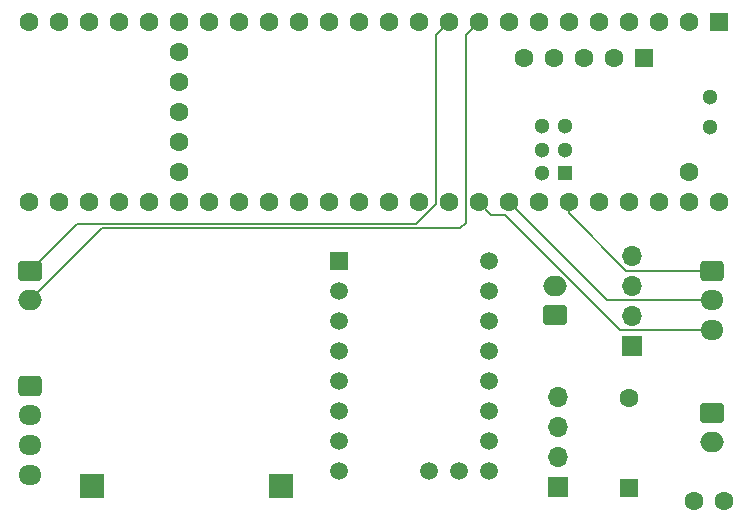
<source format=gbr>
%TF.GenerationSoftware,KiCad,Pcbnew,9.0.0*%
%TF.CreationDate,2025-04-30T22:01:28-04:00*%
%TF.ProjectId,arm,61726d2e-6b69-4636-9164-5f7063625858,rev?*%
%TF.SameCoordinates,Original*%
%TF.FileFunction,Copper,L1,Top*%
%TF.FilePolarity,Positive*%
%FSLAX46Y46*%
G04 Gerber Fmt 4.6, Leading zero omitted, Abs format (unit mm)*
G04 Created by KiCad (PCBNEW 9.0.0) date 2025-04-30 22:01:28*
%MOMM*%
%LPD*%
G01*
G04 APERTURE LIST*
G04 Aperture macros list*
%AMRoundRect*
0 Rectangle with rounded corners*
0 $1 Rounding radius*
0 $2 $3 $4 $5 $6 $7 $8 $9 X,Y pos of 4 corners*
0 Add a 4 corners polygon primitive as box body*
4,1,4,$2,$3,$4,$5,$6,$7,$8,$9,$2,$3,0*
0 Add four circle primitives for the rounded corners*
1,1,$1+$1,$2,$3*
1,1,$1+$1,$4,$5*
1,1,$1+$1,$6,$7*
1,1,$1+$1,$8,$9*
0 Add four rect primitives between the rounded corners*
20,1,$1+$1,$2,$3,$4,$5,0*
20,1,$1+$1,$4,$5,$6,$7,0*
20,1,$1+$1,$6,$7,$8,$9,0*
20,1,$1+$1,$8,$9,$2,$3,0*%
G04 Aperture macros list end*
%TA.AperFunction,ComponentPad*%
%ADD10R,2.000000X2.000000*%
%TD*%
%TA.AperFunction,ComponentPad*%
%ADD11RoundRect,0.250000X0.750000X-0.600000X0.750000X0.600000X-0.750000X0.600000X-0.750000X-0.600000X0*%
%TD*%
%TA.AperFunction,ComponentPad*%
%ADD12O,2.000000X1.700000*%
%TD*%
%TA.AperFunction,ComponentPad*%
%ADD13RoundRect,0.250000X0.550000X-0.550000X0.550000X0.550000X-0.550000X0.550000X-0.550000X-0.550000X0*%
%TD*%
%TA.AperFunction,ComponentPad*%
%ADD14C,1.600000*%
%TD*%
%TA.AperFunction,ComponentPad*%
%ADD15RoundRect,0.250000X-0.750000X0.600000X-0.750000X-0.600000X0.750000X-0.600000X0.750000X0.600000X0*%
%TD*%
%TA.AperFunction,ComponentPad*%
%ADD16R,1.508000X1.508000*%
%TD*%
%TA.AperFunction,ComponentPad*%
%ADD17C,1.508000*%
%TD*%
%TA.AperFunction,ComponentPad*%
%ADD18R,1.700000X1.700000*%
%TD*%
%TA.AperFunction,ComponentPad*%
%ADD19O,1.700000X1.700000*%
%TD*%
%TA.AperFunction,ComponentPad*%
%ADD20RoundRect,0.250000X-0.725000X0.600000X-0.725000X-0.600000X0.725000X-0.600000X0.725000X0.600000X0*%
%TD*%
%TA.AperFunction,ComponentPad*%
%ADD21O,1.950000X1.700000*%
%TD*%
%TA.AperFunction,ComponentPad*%
%ADD22R,1.600000X1.600000*%
%TD*%
%TA.AperFunction,ComponentPad*%
%ADD23R,1.300000X1.300000*%
%TD*%
%TA.AperFunction,ComponentPad*%
%ADD24C,1.300000*%
%TD*%
%TA.AperFunction,Conductor*%
%ADD25C,0.200000*%
%TD*%
G04 APERTURE END LIST*
D10*
%TO.P,REF\u002A\u002A,1*%
%TO.N,N/C*%
X137500000Y-115250000D03*
%TD*%
D11*
%TO.P,5V,1,Pin_1*%
%TO.N,/Vin*%
X160700000Y-100750000D03*
D12*
%TO.P,5V,2,Pin_2*%
%TO.N,GND*%
X160700000Y-98250000D03*
%TD*%
D13*
%TO.P,SW,1*%
%TO.N,/24V*%
X167000000Y-115370000D03*
D14*
%TO.P,SW,2*%
%TO.N,/Switch*%
X167000000Y-107750000D03*
%TD*%
D15*
%TO.P,RX/TX,1,Pin_1*%
%TO.N,Net-(RX1-Pin_1)*%
X116250000Y-97000000D03*
D12*
%TO.P,RX/TX,2,Pin_2*%
%TO.N,Net-(RX1-Pin_2)*%
X116250000Y-99500000D03*
%TD*%
D16*
%TO.P,TMC_2209,1,GND*%
%TO.N,GND*%
X142400000Y-96170000D03*
D17*
%TO.P,TMC_2209,2,VIO*%
%TO.N,/VIO*%
X142400000Y-98710000D03*
%TO.P,TMC_2209,3,MA1*%
%TO.N,/A1*%
X142400000Y-101250000D03*
%TO.P,TMC_2209,4,MA2*%
%TO.N,/A2*%
X142400000Y-103790000D03*
%TO.P,TMC_2209,5,MB1*%
%TO.N,/B1*%
X142400000Y-106330000D03*
%TO.P,TMC_2209,6,MB2*%
%TO.N,/B2*%
X142400000Y-108870000D03*
%TO.P,TMC_2209,7,GND*%
%TO.N,GND*%
X142400000Y-111410000D03*
%TO.P,TMC_2209,8,VM*%
%TO.N,/24V*%
X142400000Y-113950000D03*
%TO.P,TMC_2209,9,DIR*%
%TO.N,Net-(TMC_2209-DIR)*%
X155100000Y-96170000D03*
%TO.P,TMC_2209,10,STEP*%
%TO.N,Net-(TMC_2209-STEP)*%
X155100000Y-98710000D03*
%TO.P,TMC_2209,11,CLK*%
%TO.N,unconnected-(TMC_2209-CLK-Pad11)*%
X155100000Y-101250000D03*
%TO.P,TMC_2209,12,TX*%
%TO.N,Net-(TMC_2209-TX)*%
X155100000Y-103790000D03*
%TO.P,TMC_2209,13,RX*%
%TO.N,Net-(TMC_2209-RX)*%
X155100000Y-106330000D03*
%TO.P,TMC_2209,14,MS2*%
%TO.N,unconnected-(TMC_2209-MS2-Pad14)*%
X155100000Y-108870000D03*
%TO.P,TMC_2209,15,MS1*%
%TO.N,unconnected-(TMC_2209-MS1-Pad15)*%
X155100000Y-111410000D03*
%TO.P,TMC_2209,16,~{EN}*%
%TO.N,Net-(TMC_2209-~{EN})*%
X155100000Y-113950000D03*
%TO.P,TMC_2209,17,INDEX*%
%TO.N,unconnected-(TMC_2209-INDEX-Pad17)*%
X150020000Y-113950000D03*
%TO.P,TMC_2209,18,DIAG*%
%TO.N,unconnected-(TMC_2209-DIAG-Pad18)*%
X152560000Y-113950000D03*
%TD*%
D10*
%TO.P,REF\u002A\u002A,1*%
%TO.N,N/C*%
X121500000Y-115250000D03*
%TD*%
D18*
%TO.P,Ground,1,Pin_1*%
%TO.N,GND*%
X167250000Y-103370000D03*
D19*
%TO.P,Ground,2,Pin_2*%
X167250000Y-100830000D03*
%TO.P,Ground,3,Pin_3*%
X167250000Y-98290000D03*
%TO.P,Ground,4,Pin_4*%
X167250000Y-95750000D03*
%TD*%
D14*
%TO.P,C1,1*%
%TO.N,/24V*%
X175000000Y-116500000D03*
%TO.P,C1,2*%
%TO.N,GND*%
X172500000Y-116500000D03*
%TD*%
D15*
%TO.P,24V,1,Pin_1*%
%TO.N,GND*%
X174000000Y-109000000D03*
D12*
%TO.P,24V,2,Pin_2*%
%TO.N,/Switch*%
X174000000Y-111500000D03*
%TD*%
D20*
%TO.P,Stepper,1,Pin_1*%
%TO.N,/A1*%
X116250000Y-106750000D03*
D21*
%TO.P,Stepper,2,Pin_2*%
%TO.N,/A2*%
X116250000Y-109250000D03*
%TO.P,Stepper,3,Pin_3*%
%TO.N,/B1*%
X116250000Y-111750000D03*
%TO.P,Stepper,4,Pin_4*%
%TO.N,/B2*%
X116250000Y-114250000D03*
%TD*%
D22*
%TO.P,Teensy1,1,GND*%
%TO.N,unconnected-(Teensy1-GND-Pad1)*%
X174570000Y-75948400D03*
D14*
%TO.P,Teensy1,2,0_RX1_CRX2_CS1*%
%TO.N,Net-(TMC_2209-TX)*%
X172030000Y-75948400D03*
%TO.P,Teensy1,3,1_TX1_CTX2_MISO1*%
%TO.N,Net-(TMC_2209-RX)*%
X169490000Y-75948400D03*
%TO.P,Teensy1,4,2_OUT2*%
%TO.N,Net-(TMC_2209-~{EN})*%
X166950000Y-75948400D03*
%TO.P,Teensy1,5,3_LRCLK2*%
%TO.N,Net-(TMC_2209-STEP)*%
X164410000Y-75948400D03*
%TO.P,Teensy1,6,4_BCLK2*%
%TO.N,Net-(TMC_2209-DIR)*%
X161870000Y-75948400D03*
%TO.P,Teensy1,7,5_IN2*%
%TO.N,unconnected-(Teensy1-5_IN2-Pad7)*%
X159330000Y-75948400D03*
%TO.P,Teensy1,8,6_OUT1D*%
%TO.N,unconnected-(Teensy1-6_OUT1D-Pad8)*%
X156790000Y-75948400D03*
%TO.P,Teensy1,9,7_RX2_OUT1A*%
%TO.N,Net-(RX1-Pin_2)*%
X154250000Y-75948400D03*
%TO.P,Teensy1,10,8_TX2_IN1*%
%TO.N,Net-(RX1-Pin_1)*%
X151710000Y-75948400D03*
%TO.P,Teensy1,11,9_OUT1C*%
%TO.N,unconnected-(Teensy1-9_OUT1C-Pad11)*%
X149170000Y-75948400D03*
%TO.P,Teensy1,12,10_CS_MQSR*%
%TO.N,unconnected-(Teensy1-10_CS_MQSR-Pad12)*%
X146630000Y-75948400D03*
%TO.P,Teensy1,13,11_MOSI_CTX1*%
%TO.N,unconnected-(Teensy1-11_MOSI_CTX1-Pad13)*%
X144090000Y-75948400D03*
%TO.P,Teensy1,14,12_MISO_MQSL*%
%TO.N,unconnected-(Teensy1-12_MISO_MQSL-Pad14)*%
X141550000Y-75948400D03*
%TO.P,Teensy1,15,3V3*%
%TO.N,unconnected-(Teensy1-3V3-Pad15)*%
X139010000Y-75948400D03*
%TO.P,Teensy1,16,24_A10_TX6_SCL2*%
%TO.N,unconnected-(Teensy1-24_A10_TX6_SCL2-Pad16)*%
X136470000Y-75948400D03*
%TO.P,Teensy1,17,25_A11_RX6_SDA2*%
%TO.N,unconnected-(Teensy1-25_A11_RX6_SDA2-Pad17)*%
X133930000Y-75948400D03*
%TO.P,Teensy1,18,26_A12_MOSI1*%
%TO.N,unconnected-(Teensy1-26_A12_MOSI1-Pad18)*%
X131390000Y-75948400D03*
%TO.P,Teensy1,19,27_A13_SCK1*%
%TO.N,unconnected-(Teensy1-27_A13_SCK1-Pad19)*%
X128850000Y-75948400D03*
%TO.P,Teensy1,20,28_RX7*%
%TO.N,unconnected-(Teensy1-28_RX7-Pad20)*%
X126310000Y-75948400D03*
%TO.P,Teensy1,21,29_TX7*%
%TO.N,unconnected-(Teensy1-29_TX7-Pad21)*%
X123770000Y-75948400D03*
%TO.P,Teensy1,22,30_CRX3*%
%TO.N,unconnected-(Teensy1-30_CRX3-Pad22)*%
X121230000Y-75948400D03*
%TO.P,Teensy1,23,31_CTX3*%
%TO.N,unconnected-(Teensy1-31_CTX3-Pad23)*%
X118690000Y-75948400D03*
%TO.P,Teensy1,24,32_OUT1B*%
%TO.N,unconnected-(Teensy1-32_OUT1B-Pad24)*%
X116150000Y-75948400D03*
%TO.P,Teensy1,25,33_MCLK2*%
%TO.N,unconnected-(Teensy1-33_MCLK2-Pad25)*%
X116150000Y-91188400D03*
%TO.P,Teensy1,26,34_RX8*%
%TO.N,unconnected-(Teensy1-34_RX8-Pad26)*%
X118690000Y-91188400D03*
%TO.P,Teensy1,27,35_TX8*%
%TO.N,unconnected-(Teensy1-35_TX8-Pad27)*%
X121230000Y-91188400D03*
%TO.P,Teensy1,28,36_CS*%
%TO.N,unconnected-(Teensy1-36_CS-Pad28)*%
X123770000Y-91188400D03*
%TO.P,Teensy1,29,37_CS*%
%TO.N,unconnected-(Teensy1-37_CS-Pad29)*%
X126310000Y-91188400D03*
%TO.P,Teensy1,30,38_CS1_IN1*%
%TO.N,unconnected-(Teensy1-38_CS1_IN1-Pad30)*%
X128850000Y-91188400D03*
%TO.P,Teensy1,31,39_MISO1_OUT1A*%
%TO.N,unconnected-(Teensy1-39_MISO1_OUT1A-Pad31)*%
X131390000Y-91188400D03*
%TO.P,Teensy1,32,40_A16*%
%TO.N,unconnected-(Teensy1-40_A16-Pad32)*%
X133930000Y-91188400D03*
%TO.P,Teensy1,33,41_A17*%
%TO.N,unconnected-(Teensy1-41_A17-Pad33)*%
X136470000Y-91188400D03*
%TO.P,Teensy1,34,GND*%
%TO.N,unconnected-(Teensy1-GND-Pad34)*%
X139010000Y-91188400D03*
%TO.P,Teensy1,35,13_SCK_LED*%
%TO.N,unconnected-(Teensy1-13_SCK_LED-Pad35)*%
X141550000Y-91188400D03*
%TO.P,Teensy1,36,14_A0_TX3_SPDIF_OUT*%
%TO.N,unconnected-(Teensy1-14_A0_TX3_SPDIF_OUT-Pad36)*%
X144090000Y-91188400D03*
%TO.P,Teensy1,37,15_A1_RX3_SPDIF_IN*%
%TO.N,unconnected-(Teensy1-15_A1_RX3_SPDIF_IN-Pad37)*%
X146630000Y-91188400D03*
%TO.P,Teensy1,38,16_A2_RX4_SCL1*%
%TO.N,unconnected-(Teensy1-16_A2_RX4_SCL1-Pad38)*%
X149170000Y-91188400D03*
%TO.P,Teensy1,39,17_A3_TX4_SDA1*%
%TO.N,unconnected-(Teensy1-17_A3_TX4_SDA1-Pad39)*%
X151710000Y-91188400D03*
%TO.P,Teensy1,40,18_A4_SDA*%
%TO.N,Net-(Linear1-Pin_3)*%
X154250000Y-91188400D03*
%TO.P,Teensy1,41,19_A5_SCL*%
%TO.N,Net-(Linear1-Pin_2)*%
X156790000Y-91188400D03*
%TO.P,Teensy1,42,20_A6_TX5_LRCLK1*%
%TO.N,unconnected-(Teensy1-20_A6_TX5_LRCLK1-Pad42)*%
X159330000Y-91188400D03*
%TO.P,Teensy1,43,21_A7_RX5_BCLK1*%
%TO.N,Net-(Linear1-Pin_1)*%
X161870000Y-91188400D03*
%TO.P,Teensy1,44,22_A8_CTX1*%
%TO.N,unconnected-(Teensy1-22_A8_CTX1-Pad44)*%
X164410000Y-91188400D03*
%TO.P,Teensy1,45,23_A9_CRX1_MCLK1*%
%TO.N,unconnected-(Teensy1-23_A9_CRX1_MCLK1-Pad45)*%
X166950000Y-91188400D03*
%TO.P,Teensy1,46,3V3*%
%TO.N,/VIO*%
X169490000Y-91188400D03*
%TO.P,Teensy1,47,GND*%
%TO.N,GND*%
X172030000Y-91188400D03*
%TO.P,Teensy1,48,VIN*%
%TO.N,/Vin*%
X174570000Y-91188400D03*
%TO.P,Teensy1,49,VUSB*%
%TO.N,unconnected-(Teensy1-VUSB-Pad49)*%
X172030000Y-88648400D03*
%TO.P,Teensy1,50,VBAT*%
%TO.N,unconnected-(Teensy1-VBAT-Pad50)*%
X128850000Y-78488400D03*
%TO.P,Teensy1,51,3V3*%
%TO.N,unconnected-(Teensy1-3V3-Pad51)*%
X128850000Y-81028400D03*
%TO.P,Teensy1,52,GND*%
%TO.N,unconnected-(Teensy1-GND-Pad52)*%
X128850000Y-83568400D03*
%TO.P,Teensy1,53,PROGRAM*%
%TO.N,unconnected-(Teensy1-PROGRAM-Pad53)*%
X128850000Y-86108400D03*
%TO.P,Teensy1,54,ON_OFF*%
%TO.N,unconnected-(Teensy1-ON_OFF-Pad54)*%
X128850000Y-88648400D03*
D22*
%TO.P,Teensy1,55,5V*%
%TO.N,unconnected-(Teensy1-5V-Pad55)*%
X168270800Y-78999200D03*
D14*
%TO.P,Teensy1,56,D-*%
%TO.N,unconnected-(Teensy1-D--Pad56)*%
X165730800Y-78999200D03*
%TO.P,Teensy1,57,D+*%
%TO.N,unconnected-(Teensy1-D+-Pad57)*%
X163190800Y-78999200D03*
%TO.P,Teensy1,58,GND*%
%TO.N,unconnected-(Teensy1-GND-Pad58)*%
X160650800Y-78999200D03*
%TO.P,Teensy1,59,GND*%
%TO.N,unconnected-(Teensy1-GND-Pad59)*%
X158110800Y-78999200D03*
D23*
%TO.P,Teensy1,60,R+*%
%TO.N,unconnected-(Teensy1-R+-Pad60)*%
X161600000Y-88750000D03*
D24*
%TO.P,Teensy1,61,LED*%
%TO.N,unconnected-(Teensy1-LED-Pad61)*%
X161600000Y-86750000D03*
%TO.P,Teensy1,62,T-*%
%TO.N,unconnected-(Teensy1-T--Pad62)*%
X161600000Y-84750000D03*
%TO.P,Teensy1,63,T+*%
%TO.N,unconnected-(Teensy1-T+-Pad63)*%
X159600000Y-84750000D03*
%TO.P,Teensy1,64,GND*%
%TO.N,unconnected-(Teensy1-GND-Pad64)*%
X159600000Y-86750000D03*
%TO.P,Teensy1,65,R-*%
%TO.N,unconnected-(Teensy1-R--Pad65)*%
X159600000Y-88750000D03*
%TO.P,Teensy1,66,D-*%
%TO.N,unconnected-(Teensy1-D--Pad66)*%
X173840000Y-84838400D03*
%TO.P,Teensy1,67,D+*%
%TO.N,unconnected-(Teensy1-D+-Pad67)*%
X173840000Y-82298400D03*
%TD*%
D20*
%TO.P,Linear Actuator,1,Pin_1*%
%TO.N,Net-(Linear1-Pin_1)*%
X174000000Y-97000000D03*
D21*
%TO.P,Linear Actuator,2,Pin_2*%
%TO.N,Net-(Linear1-Pin_2)*%
X174000000Y-99500000D03*
%TO.P,Linear Actuator,3,Pin_3*%
%TO.N,Net-(Linear1-Pin_3)*%
X174000000Y-102000000D03*
%TD*%
D18*
%TO.P,5V_BUCK,1,SHDN*%
%TO.N,unconnected-(5V_BUCK1-SHDN-Pad1)*%
X161000000Y-115330000D03*
D19*
%TO.P,5V_BUCK,2,Vin*%
%TO.N,/24V*%
X161000000Y-112790000D03*
%TO.P,5V_BUCK,3,GND*%
%TO.N,GND*%
X161000000Y-110250000D03*
%TO.P,5V_BUCK,4,Vout*%
%TO.N,/Vin*%
X161000000Y-107710000D03*
%TD*%
D25*
%TO.N,Net-(Linear1-Pin_2)*%
X165101600Y-99500000D02*
X156790000Y-91188400D01*
X174000000Y-99500000D02*
X165101600Y-99500000D01*
%TO.N,Net-(Linear1-Pin_3)*%
X155311600Y-92250000D02*
X154250000Y-91188400D01*
X166227760Y-102000000D02*
X156477760Y-92250000D01*
X156477760Y-92250000D02*
X155311600Y-92250000D01*
X174000000Y-102000000D02*
X166227760Y-102000000D01*
%TO.N,Net-(Linear1-Pin_1)*%
X166750000Y-97000000D02*
X161870000Y-92120000D01*
X174000000Y-97000000D02*
X166750000Y-97000000D01*
X161870000Y-92120000D02*
X161870000Y-91188400D01*
%TO.N,Net-(RX1-Pin_1)*%
X120250000Y-93000000D02*
X148915450Y-93000000D01*
X116250000Y-97000000D02*
X120250000Y-93000000D01*
X148915450Y-93000000D02*
X150609000Y-91306450D01*
X150609000Y-77049400D02*
X151710000Y-75948400D01*
X150609000Y-91306450D02*
X150609000Y-77049400D01*
%TO.N,Net-(RX1-Pin_2)*%
X153149000Y-77049400D02*
X154250000Y-75948400D01*
X153149000Y-92750000D02*
X153149000Y-77049400D01*
X122349000Y-93401000D02*
X152703550Y-93401000D01*
X153149000Y-92955550D02*
X153149000Y-92750000D01*
X152703550Y-93401000D02*
X153149000Y-92955550D01*
X116250000Y-99500000D02*
X122349000Y-93401000D01*
%TD*%
M02*

</source>
